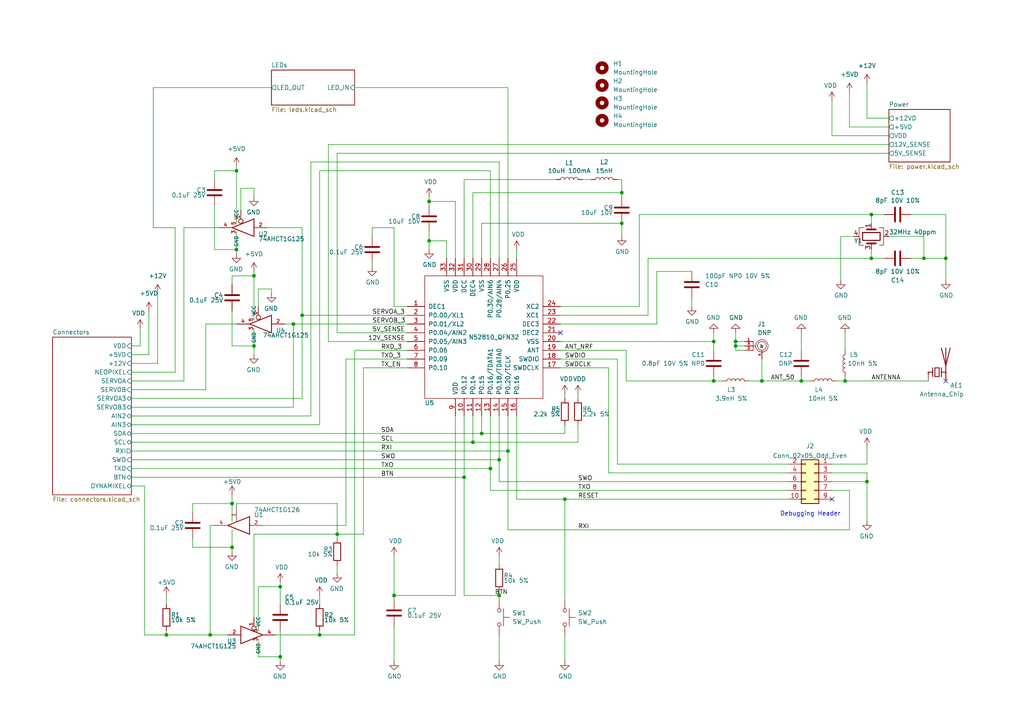
<source format=kicad_sch>
(kicad_sch (version 20230121) (generator eeschema)
  (paper "A4")
  (lib_symbols
    (symbol "Connector_Generic:Conn_02x05_Odd_Even" (pin_names (offset 1.016) hide)
      (property "Reference" "J" (at 1.27 7.62 0))
      (property "Value" "Conn_02x05_Odd_Even" (at 1.27 -7.62 0))
      (symbol "Conn_02x05_Odd_Even_1_1"
        (rectangle (start -1.27 -4.953) (end 0 -5.207) (stroke (width 0.1524)))
        (rectangle (start -1.27 -2.413) (end 0 -2.667) (stroke (width 0.1524)))
        (rectangle (start -1.27 0.127) (end 0 -0.127) (stroke (width 0.1524)))
        (rectangle (start -1.27 2.667) (end 0 2.413) (stroke (width 0.1524)))
        (rectangle (start -1.27 5.207) (end 0 4.953) (stroke (width 0.1524)))
        (rectangle (start -1.27 6.35) (end 3.81 -6.35) (stroke (width 0.254)) (fill (type background)))
        (rectangle (start 3.81 -4.953) (end 2.54 -5.207) (stroke (width 0.1524)))
        (rectangle (start 3.81 -2.413) (end 2.54 -2.667) (stroke (width 0.1524)))
        (rectangle (start 3.81 0.127) (end 2.54 -0.127) (stroke (width 0.1524)))
        (rectangle (start 3.81 2.667) (end 2.54 2.413) (stroke (width 0.1524)))
        (rectangle (start 3.81 5.207) (end 2.54 4.953) (stroke (width 0.1524)))
        (pin passive line (at -5.08 5.08 0) (length 3.81) (name "Pin_1") (number "1"))
        (pin passive line (at 7.62 -5.08 180) (length 3.81) (name "Pin_10") (number "10"))
        (pin passive line (at 7.62 5.08 180) (length 3.81) (name "Pin_2") (number "2"))
        (pin passive line (at -5.08 2.54 0) (length 3.81) (name "Pin_3") (number "3"))
        (pin passive line (at 7.62 2.54 180) (length 3.81) (name "Pin_4") (number "4"))
        (pin passive line (at -5.08 0 0) (length 3.81) (name "Pin_5") (number "5"))
        (pin passive line (at 7.62 0 180) (length 3.81) (name "Pin_6") (number "6"))
        (pin passive line (at -5.08 -2.54 0) (length 3.81) (name "Pin_7") (number "7"))
        (pin passive line (at 7.62 -2.54 180) (length 3.81) (name "Pin_8") (number "8"))
        (pin passive line (at -5.08 -5.08 0) (length 3.81) (name "Pin_9") (number "9"))
      )
    )
    (symbol "Device:Antenna_Chip" (pin_numbers hide) (pin_names (offset 1.016) hide)
      (property "Reference" "AE" (at 0 5.08 0))
      (property "Value" "Antenna_Chip" (at 0 3.175 0))
      (symbol "Antenna_Chip_0_1"
        (polyline (pts (xy -2.54 0) (xy -2.54 -0.635)) (stroke (width 0.254)))
        (polyline (pts (xy -2.54 0) (xy -1.27 0)) (stroke (width 0.254)))
        (polyline (pts (xy 1.27 0) (xy 2.54 0)) (stroke (width 0.254)))
        (polyline (pts (xy 1.27 1.27) (xy 1.27 -1.27)) (stroke (width 0.254)))
        (polyline (pts (xy 2.54 -0.635) (xy 2.54 0)))
        (polyline (pts (xy 2.54 6.985) (xy 2.54 -1.905)) (stroke (width 0.254)))
        (polyline (pts (xy -1.27 1.27) (xy -1.27 -1.27) (xy -1.27 0)) (stroke (width 0.254)))
        (polyline (pts (xy 3.81 6.985) (xy 2.54 1.905) (xy 1.27 6.985)) (stroke (width 0.254)))
        (polyline (pts (xy -0.635 1.27) (xy 0.635 1.27) (xy 0.635 -1.27) (xy -0.635 -1.27) (xy -0.635 1.27)) (stroke (width 0.254)))
      )
      (symbol "Antenna_Chip_1_1"
        (pin input line (at -2.54 -2.54 90) (length 2.54) (name "FEED") (number "1"))
        (pin passive line (at 2.54 -2.54 90) (length 2.54) (name "PCB_Trace") (number "2"))
      )
    )
    (symbol "Device:C" (pin_numbers hide) (pin_names (offset 0.254))
      (property "Reference" "C" (at 0.635 2.54 0))
      (property "Value" "C" (at 0.635 -2.54 0))
      (symbol "C_0_1"
        (polyline (pts (xy -2.032 -0.762) (xy 2.032 -0.762)) (stroke (width 0.508)))
        (polyline (pts (xy -2.032 0.762) (xy 2.032 0.762)) (stroke (width 0.508)))
      )
      (symbol "C_1_1"
        (pin passive line (at 0 3.81 270) (length 2.794) (name "~") (number "1"))
        (pin passive line (at 0 -3.81 90) (length 2.794) (name "~") (number "2"))
      )
    )
    (symbol "Device:Crystal_GND24" (pin_names (offset 1.016) hide)
      (property "Reference" "Y" (at 3.175 5.08 0))
      (property "Value" "Crystal_GND24" (at 3.175 3.175 0))
      (symbol "Crystal_GND24_0_1"
        (rectangle (start -1.143 2.54) (end 1.143 -2.54) (stroke (width 0.3048)))
        (polyline (pts (xy -2.54 0) (xy -2.032 0)))
        (polyline (pts (xy -2.032 -1.27) (xy -2.032 1.27)) (stroke (width 0.508)))
        (polyline (pts (xy 0 -3.81) (xy 0 -3.556)))
        (polyline (pts (xy 0 3.556) (xy 0 3.81)))
        (polyline (pts (xy 2.032 -1.27) (xy 2.032 1.27)) (stroke (width 0.508)))
        (polyline (pts (xy 2.032 0) (xy 2.54 0)))
        (polyline (pts (xy -2.54 -2.286) (xy -2.54 -3.556) (xy 2.54 -3.556) (xy 2.54 -2.286)))
        (polyline (pts (xy -2.54 2.286) (xy -2.54 3.556) (xy 2.54 3.556) (xy 2.54 2.286)))
      )
      (symbol "Crystal_GND24_1_1"
        (pin passive line (at -3.81 0 0) (length 1.27) (name "1") (number "1"))
        (pin passive line (at 0 5.08 270) (length 1.27) (name "2") (number "2"))
        (pin passive line (at 3.81 0 180) (length 1.27) (name "3") (number "3"))
        (pin passive line (at 0 -5.08 90) (length 1.27) (name "4") (number "4"))
      )
    )
    (symbol "Device:L" (pin_numbers hide) (pin_names (offset 1.016) hide)
      (property "Reference" "L" (at -1.27 0 90))
      (property "Value" "L" (at 1.905 0 90))
      (symbol "L_0_1"
        (arc (start 0 -2.54) (mid 0.6323 -1.905) (end 0 -1.27))
        (arc (start 0 -1.27) (mid 0.6323 -0.635) (end 0 0))
        (arc (start 0 0) (mid 0.6323 0.635) (end 0 1.27))
        (arc (start 0 1.27) (mid 0.6323 1.905) (end 0 2.54))
      )
      (symbol "L_1_1"
        (pin passive line (at 0 3.81 270) (length 1.27) (name "1") (number "1"))
        (pin passive line (at 0 -3.81 90) (length 1.27) (name "2") (number "2"))
      )
    )
    (symbol "Device:R" (pin_numbers hide) (pin_names (offset 0))
      (property "Reference" "R" (at 2.032 0 90))
      (property "Value" "R" (at 0 0 90))
      (symbol "R_0_1"
        (rectangle (start -1.016 -2.54) (end 1.016 2.54) (stroke (width 0.254)))
      )
      (symbol "R_1_1"
        (pin passive line (at 0 3.81 270) (length 1.27) (name "~") (number "1"))
        (pin passive line (at 0 -3.81 90) (length 1.27) (name "~") (number "2"))
      )
    )
    (symbol "Main-rescue:74AHC1G125-74xGxx" (pin_names (offset 1.016))
      (property "Reference" "U" (at -2.54 3.81 0))
      (property "Value" "74xGxx_74AHC1G125" (at 0 -3.81 0))
      (symbol "74AHC1G125-74xGxx_0_1"
        (polyline (pts (xy -3.81 2.54) (xy -3.81 -2.54) (xy 2.54 0) (xy -3.81 2.54)) (stroke (width 0.254)))
      )
      (symbol "74AHC1G125-74xGxx_1_1"
        (pin input inverted (at 0 5.08 270) (length 3.81) (name "~") (number "1"))
        (pin input line (at -7.62 0 0) (length 3.81) (name "~") (number "2"))
        (pin power_in line (at 1.27 -1.27 270) (length 0) (name "GND") (number "3"))
        (pin tri_state line (at 6.35 0 180) (length 3.81) (name "~") (number "4"))
        (pin power_in line (at 1.27 1.27 90) (length 0) (name "VCC") (number "5"))
      )
    )
    (symbol "Main-rescue:74AHCT1G126-74xGxx" (pin_names (offset 1.016))
      (property "Reference" "U" (at -2.54 3.81 0))
      (property "Value" "74xGxx_74AHCT1G126" (at 0 -3.81 0))
      (symbol "74AHCT1G126-74xGxx_0_1"
        (polyline (pts (xy -3.81 2.54) (xy -3.81 -2.54) (xy 2.54 0) (xy -3.81 2.54)) (stroke (width 0.254)))
      )
      (symbol "74AHCT1G126-74xGxx_1_1"
        (pin input line (at 0 5.08 270) (length 3.937) (name "~") (number "1"))
        (pin input line (at -7.62 0 0) (length 3.81) (name "~") (number "2"))
        (pin power_in line (at 1.27 -1.27 270) (length 0) hide (name "GND") (number "3"))
        (pin tri_state line (at 6.35 0 180) (length 3.81) (name "~") (number "4"))
        (pin power_in line (at 1.27 1.27 90) (length 0) hide (name "VCC") (number "5"))
      )
    )
    (symbol "Mechanical:MountingHole" (pin_names (offset 1.016))
      (property "Reference" "H" (at 0 5.08 0))
      (property "Value" "MountingHole" (at 0 3.175 0))
      (symbol "MountingHole_0_1"
        (circle (center 0 0) (radius 1.27) (stroke (width 1.27)))
      )
    )
    (symbol "Pixels-dice:74AHCT1G125" (pin_names (offset 1.016))
      (property "Reference" "U5" (at 7.4676 1.2446 0))
      (property "Value" "74AHCT1G125" (at -15.24 -5.08 0))
      (symbol "74AHCT1G125_0_1"
        (polyline (pts (xy -3.81 2.54) (xy -3.81 -2.54) (xy 2.54 0) (xy -3.81 2.54)) (stroke (width 0.254)))
      )
      (symbol "74AHCT1G125_1_1"
        (pin input inverted (at 0 5.08 270) (length 3.81) (name "~") (number "1"))
        (pin input line (at -7.62 0 0) (length 3.81) (name "~") (number "2"))
        (pin power_in line (at 1.27 -1.27 270) (length 0) (name "GND") (number "3"))
        (pin tri_state line (at 6.35 0 180) (length 3.81) (name "~") (number "4"))
        (pin power_in line (at 1.27 1.27 90) (length 0) (name "VCC") (number "5"))
      )
    )
    (symbol "Pixels-dice:N52810_QFN32" (pin_names (offset 1.016))
      (property "Reference" "U" (at 13.97 -19.05 0))
      (property "Value" "N52810_QFN32" (at 2.54 0 0))
      (symbol "N52810_QFN32_0_1"
        (rectangle (start -17.78 17.78) (end 16.51 -17.78))
      )
      (symbol "N52810_QFN32_1_1"
        (pin power_out line (at -22.86 8.89 0) (length 5.08) (name "DEC1") (number "1"))
        (pin bidirectional line (at -6.35 -22.86 90) (length 5.08) (name "P0.12") (number "10"))
        (pin bidirectional line (at -3.81 -22.86 90) (length 5.08) (name "P0.14") (number "11"))
        (pin bidirectional line (at -1.27 -22.86 90) (length 5.08) (name "P0.15") (number "12"))
        (pin bidirectional line (at 1.27 -22.86 90) (length 5.08) (name "P0.16/TDATA1") (number "13"))
        (pin bidirectional line (at 3.81 -22.86 90) (length 5.08) (name "P0.18/TDATA0") (number "14"))
        (pin bidirectional line (at 6.35 -22.86 90) (length 5.08) (name "P0.20/TCLK") (number "15"))
        (pin bidirectional line (at 8.89 -22.86 90) (length 5.08) (name "P0.16") (number "16"))
        (pin bidirectional line (at 21.59 -8.89 180) (length 5.08) (name "SWDCLK") (number "17"))
        (pin bidirectional line (at 21.59 -6.35 180) (length 5.08) (name "SWDIO") (number "18"))
        (pin output line (at 21.59 -3.81 180) (length 5.08) (name "ANT") (number "19"))
        (pin bidirectional line (at -22.86 6.35 0) (length 5.08) (name "P0.00/XL1") (number "2"))
        (pin output line (at 21.59 -1.27 180) (length 5.08) (name "VSS") (number "20"))
        (pin output line (at 21.59 1.27 180) (length 5.08) (name "DEC2") (number "21"))
        (pin output line (at 21.59 3.81 180) (length 5.08) (name "DEC3") (number "22"))
        (pin output line (at 21.59 6.35 180) (length 5.08) (name "XC1") (number "23"))
        (pin input line (at 21.59 8.89 180) (length 5.08) (name "XC2") (number "24"))
        (pin power_in line (at 8.89 22.86 270) (length 5.08) (name "VDD") (number "25"))
        (pin bidirectional line (at 6.35 22.86 270) (length 5.08) (name "P0.25") (number "26"))
        (pin bidirectional line (at 3.81 22.86 270) (length 5.08) (name "P0.28/AIN4") (number "27"))
        (pin bidirectional line (at 1.27 22.86 270) (length 5.08) (name "P0.30/AIN6") (number "28"))
        (pin power_in line (at -1.27 22.86 270) (length 5.08) (name "VSS") (number "29"))
        (pin bidirectional line (at -22.86 3.81 0) (length 5.08) (name "P0.01/XL2") (number "3"))
        (pin output line (at -3.81 22.86 270) (length 5.08) (name "DEC4") (number "30"))
        (pin output line (at -6.35 22.86 270) (length 5.08) (name "DCC") (number "31"))
        (pin power_in line (at -8.89 22.86 270) (length 5.08) (name "VDD") (number "32"))
        (pin power_in line (at -11.43 22.86 270) (length 5.08) (name "VSS") (number "33"))
        (pin bidirectional line (at -22.86 1.27 0) (length 5.08) (name "P0.04/AIN2") (number "4"))
        (pin bidirectional line (at -22.86 -1.27 0) (length 5.08) (name "P0.05/AIN3") (number "5"))
        (pin bidirectional line (at -22.86 -3.81 0) (length 5.08) (name "P0.06") (number "6"))
        (pin bidirectional line (at -22.86 -6.35 0) (length 5.08) (name "P0.09") (number "7"))
        (pin bidirectional line (at -22.86 -8.89 0) (length 5.08) (name "P0.10") (number "8"))
        (pin power_in line (at -8.89 -22.86 90) (length 5.08) (name "VDD") (number "9"))
      )
    )
    (symbol "Pixels-dice:W.FL"
      (property "Reference" "J" (at 3.81 -1.27 0))
      (property "Value" "W.FL" (at 4.445 1.27 0))
      (symbol "W.FL_0_1"
        (polyline (pts (xy -1.27 -2.54) (xy 1.27 -2.54)))
        (polyline (pts (xy 0 -2.54) (xy 0 -1.905)))
        (circle (center 0 0) (radius 1.27))
        (circle (center 0 0) (radius 1.7961))
      )
      (symbol "W.FL_1_1"
        (pin passive line (at 1.27 -5.08 90) (length 2.54) (name "") (number "1"))
        (pin passive line (at -1.27 -5.08 90) (length 2.54) (name "") (number "2"))
        (pin passive line (at 0 -5.08 90) (length 2.54) (name "") (number "3"))
        (pin passive line (at -3.81 0 0) (length 2.54) (name "RF") (number "4"))
      )
    )
    (symbol "Switch:SW_Push" (pin_numbers hide) (pin_names (offset 1.016) hide)
      (property "Reference" "SW" (at 1.27 2.54 0))
      (property "Value" "SW_Push" (at 0 -1.524 0))
      (symbol "SW_Push_0_1"
        (circle (center -2.032 0) (radius 0.508))
        (polyline (pts (xy 0 1.27) (xy 0 3.048)))
        (polyline (pts (xy 2.54 1.27) (xy -2.54 1.27)))
        (circle (center 2.032 0) (radius 0.508))
        (pin passive line (at -5.08 0 0) (length 2.54) (name "1") (number "1"))
        (pin passive line (at 5.08 0 180) (length 2.54) (name "2") (number "2"))
      )
    )
    (symbol "power:+12V" (power) (pin_names (offset 0))
      (property "Value" "+12V" (at 0 3.556 0))
      (symbol "+12V_0_1"
        (polyline (pts (xy -0.762 1.27) (xy 0 2.54)))
        (polyline (pts (xy 0 0) (xy 0 2.54)))
        (polyline (pts (xy 0 2.54) (xy 0.762 1.27)))
      )
      (symbol "+12V_1_1"
        (pin power_in line (at 0 0 90) (length 0) hide (name "+12V") (number "1"))
      )
    )
    (symbol "power:+5VD" (power) (pin_names (offset 0))
      (property "Value" "+5VD" (at 0 3.556 0))
      (symbol "+5VD_0_1"
        (polyline (pts (xy -0.762 1.27) (xy 0 2.54)))
        (polyline (pts (xy 0 0) (xy 0 2.54)))
        (polyline (pts (xy 0 2.54) (xy 0.762 1.27)))
      )
      (symbol "+5VD_1_1"
        (pin power_in line (at 0 0 90) (length 0) hide (name "+5VD") (number "1"))
      )
    )
    (symbol "power:GND" (power) (pin_names (offset 0))
      (property "Value" "GND" (at 0 -3.81 0))
      (symbol "GND_0_1"
        (polyline (pts (xy 0 0) (xy 0 -1.27) (xy 1.27 -1.27) (xy 0 -2.54) (xy -1.27 -1.27) (xy 0 -1.27)))
      )
      (symbol "GND_1_1"
        (pin power_in line (at 0 0 270) (length 0) hide (name "GND") (number "1"))
      )
    )
    (symbol "power:VDD" (power) (pin_names (offset 0))
      (property "Value" "VDD" (at 0 3.81 0))
      (symbol "VDD_0_1"
        (polyline (pts (xy -0.762 1.27) (xy 0 2.54)))
        (polyline (pts (xy 0 0) (xy 0 2.54)))
        (polyline (pts (xy 0 2.54) (xy 0.762 1.27)))
      )
      (symbol "VDD_1_1"
        (pin power_in line (at 0 0 90) (length 0) hide (name "VDD") (number "1"))
      )
    )
  )
  (junction (at 68.58 72.39))
  (junction (at 213.36 99.06))
  (junction (at 60.96 184.15))
  (junction (at 114.3 172.72))
  (junction (at 73.66 80.01))
  (junction (at 134.62 138.43))
  (junction (at 48.26 184.15))
  (junction (at 252.73 74.93))
  (junction (at 144.78 133.35))
  (junction (at 81.28 190.5))
  (junction (at 97.79 154.94))
  (junction (at 144.78 172.72))
  (junction (at 251.46 139.7))
  (junction (at 220.98 110.49))
  (junction (at 245.11 110.49))
  (junction (at 252.73 62.23))
  (junction (at 139.7 125.73))
  (junction (at 124.46 69.85))
  (junction (at 87.63 91.44))
  (junction (at 163.83 144.78))
  (junction (at 81.28 170.18))
  (junction (at 137.16 128.27))
  (junction (at 274.32 74.93))
  (junction (at 267.97 74.93))
  (junction (at 207.01 99.06))
  (junction (at 85.09 93.98))
  (junction (at 180.34 64.77))
  (junction (at 67.31 146.05))
  (junction (at 124.46 58.42))
  (junction (at 68.58 49.53))
  (junction (at 92.71 184.15))
  (junction (at 73.66 100.33))
  (junction (at 232.41 110.49))
  (junction (at 213.36 100.33))
  (junction (at 142.24 135.89))
  (junction (at 67.31 158.75))
  (junction (at 207.01 110.49))
  (junction (at 180.34 55.88))
  (junction (at 147.32 130.81))
  (no_connect (at 241.3 144.78))
  (no_connect (at 162.56 96.52))
  (no_connect (at 274.32 110.49))
  (wire (pts (xy 81.28 190.5) (xy 81.28 191.77)))
  (wire (pts (xy 81.28 190.5) (xy 74.93 190.5)))
  (wire (pts (xy 67.31 90.17) (xy 67.31 100.33)))
  (wire (pts (xy 147.32 153.67) (xy 246.38 153.67)))
  (wire (pts (xy 245.11 109.22) (xy 245.11 110.49)))
  (wire (pts (xy 68.58 64.77) (xy 68.58 49.53)))
  (wire (pts (xy 144.78 161.29) (xy 144.78 163.83)))
  (wire (pts (xy 180.34 64.77) (xy 180.34 68.58)))
  (wire (pts (xy 100.33 104.14) (xy 100.33 152.4)))
  (wire (pts (xy 147.32 130.81) (xy 147.32 153.67)))
  (wire (pts (xy 41.91 184.15) (xy 48.26 184.15)))
  (wire (pts (xy 241.3 142.24) (xy 246.38 142.24)))
  (wire (pts (xy 44.45 25.4) (xy 44.45 66.04)))
  (wire (pts (xy 142.24 49.53) (xy 142.24 74.93)))
  (wire (pts (xy 213.36 101.6) (xy 213.36 100.33)))
  (wire (pts (xy 43.18 102.87) (xy 38.1 102.87)))
  (wire (pts (xy 60.96 184.15) (xy 66.04 184.15)))
  (wire (pts (xy 180.34 52.07) (xy 180.34 55.88)))
  (wire (pts (xy 102.87 101.6) (xy 118.11 101.6)))
  (wire (pts (xy 217.17 110.49) (xy 220.98 110.49)))
  (wire (pts (xy 118.11 104.14) (xy 100.33 104.14)))
  (wire (pts (xy 41.91 140.97) (xy 41.91 184.15)))
  (wire (pts (xy 92.71 172.72) (xy 92.71 175.26)))
  (wire (pts (xy 252.73 74.93) (xy 256.54 74.93)))
  (wire (pts (xy 90.17 46.99) (xy 90.17 120.65)))
  (wire (pts (xy 207.01 99.06) (xy 207.01 101.6)))
  (wire (pts (xy 59.69 113.03) (xy 38.1 113.03)))
  (wire (pts (xy 92.71 123.19) (xy 38.1 123.19)))
  (wire (pts (xy 163.83 125.73) (xy 163.83 123.19)))
  (wire (pts (xy 87.63 91.44) (xy 118.11 91.44)))
  (wire (pts (xy 78.74 83.82) (xy 78.74 85.09)))
  (wire (pts (xy 162.56 88.9) (xy 185.42 88.9)))
  (wire (pts (xy 267.97 68.58) (xy 267.97 74.93)))
  (wire (pts (xy 38.1 107.95) (xy 50.8 107.95)))
  (wire (pts (xy 139.7 120.65) (xy 139.7 125.73)))
  (wire (pts (xy 134.62 52.07) (xy 161.29 52.07)))
  (wire (pts (xy 232.41 110.49) (xy 234.95 110.49)))
  (wire (pts (xy 167.64 114.3) (xy 167.64 115.57)))
  (wire (pts (xy 38.1 125.73) (xy 139.7 125.73)))
  (wire (pts (xy 167.64 128.27) (xy 137.16 128.27)))
  (wire (pts (xy 74.93 83.82) (xy 78.74 83.82)))
  (wire (pts (xy 60.96 152.4) (xy 60.96 184.15)))
  (wire (pts (xy 251.46 24.13) (xy 251.46 34.29)))
  (wire (pts (xy 139.7 64.77) (xy 180.34 64.77)))
  (wire (pts (xy 76.2 152.4) (xy 100.33 152.4)))
  (wire (pts (xy 241.3 29.21) (xy 241.3 39.37)))
  (wire (pts (xy 179.07 52.07) (xy 180.34 52.07)))
  (wire (pts (xy 68.58 49.53) (xy 68.58 48.26)))
  (wire (pts (xy 97.79 96.52) (xy 118.11 96.52)))
  (wire (pts (xy 144.78 184.15) (xy 144.78 191.77)))
  (wire (pts (xy 163.83 144.78) (xy 228.6 144.78)))
  (wire (pts (xy 95.25 99.06) (xy 118.11 99.06)))
  (wire (pts (xy 241.3 39.37) (xy 257.81 39.37)))
  (wire (pts (xy 246.38 26.67) (xy 246.38 36.83)))
  (wire (pts (xy 74.93 182.88) (xy 74.93 170.18)))
  (wire (pts (xy 213.36 100.33) (xy 213.36 99.06)))
  (wire (pts (xy 67.31 80.01) (xy 73.66 80.01)))
  (wire (pts (xy 144.78 120.65) (xy 144.78 133.35)))
  (wire (pts (xy 67.31 153.67) (xy 67.31 158.75)))
  (wire (pts (xy 144.78 172.72) (xy 144.78 173.99)))
  (wire (pts (xy 181.61 101.6) (xy 181.61 110.49)))
  (wire (pts (xy 162.56 106.68) (xy 176.53 106.68)))
  (wire (pts (xy 139.7 64.77) (xy 139.7 74.93)))
  (wire (pts (xy 185.42 62.23) (xy 252.73 62.23)))
  (wire (pts (xy 142.24 120.65) (xy 142.24 135.89)))
  (wire (pts (xy 185.42 88.9) (xy 185.42 62.23)))
  (wire (pts (xy 241.3 139.7) (xy 251.46 139.7)))
  (wire (pts (xy 137.16 55.88) (xy 137.16 74.93)))
  (wire (pts (xy 44.45 66.04) (xy 50.8 66.04)))
  (wire (pts (xy 200.66 86.36) (xy 200.66 88.9)))
  (wire (pts (xy 190.5 93.98) (xy 162.56 93.98)))
  (wire (pts (xy 44.45 25.4) (xy 78.74 25.4)))
  (wire (pts (xy 181.61 110.49) (xy 207.01 110.49)))
  (wire (pts (xy 85.09 93.98) (xy 85.09 118.11)))
  (wire (pts (xy 73.66 100.33) (xy 73.66 102.87)))
  (wire (pts (xy 73.66 95.25) (xy 73.66 100.33)))
  (wire (pts (xy 73.66 92.71) (xy 73.66 80.01)))
  (wire (pts (xy 53.34 66.04) (xy 53.34 110.49)))
  (wire (pts (xy 232.41 96.52) (xy 232.41 101.6)))
  (wire (pts (xy 207.01 96.52) (xy 207.01 99.06)))
  (wire (pts (xy 176.53 137.16) (xy 228.6 137.16)))
  (wire (pts (xy 124.46 67.31) (xy 124.46 69.85)))
  (wire (pts (xy 180.34 55.88) (xy 137.16 55.88)))
  (wire (pts (xy 87.63 66.04) (xy 87.63 91.44)))
  (wire (pts (xy 144.78 139.7) (xy 228.6 139.7)))
  (wire (pts (xy 168.91 52.07) (xy 171.45 52.07)))
  (wire (pts (xy 73.66 154.94) (xy 97.79 154.94)))
  (wire (pts (xy 38.1 138.43) (xy 134.62 138.43)))
  (wire (pts (xy 92.71 49.53) (xy 92.71 123.19)))
  (wire (pts (xy 67.31 146.05) (xy 67.31 151.13)))
  (wire (pts (xy 40.64 95.25) (xy 40.64 100.33)))
  (wire (pts (xy 85.09 93.98) (xy 118.11 93.98)))
  (wire (pts (xy 38.1 110.49) (xy 53.34 110.49)))
  (wire (pts (xy 134.62 172.72) (xy 134.62 138.43)))
  (wire (pts (xy 134.62 74.93) (xy 134.62 52.07)))
  (wire (pts (xy 142.24 142.24) (xy 142.24 135.89)))
  (wire (pts (xy 38.1 128.27) (xy 137.16 128.27)))
  (wire (pts (xy 257.81 68.58) (xy 267.97 68.58)))
  (wire (pts (xy 107.95 76.2) (xy 107.95 77.47)))
  (wire (pts (xy 77.47 66.04) (xy 87.63 66.04)))
  (wire (pts (xy 246.38 36.83) (xy 257.81 36.83)))
  (wire (pts (xy 55.88 156.21) (xy 55.88 158.75)))
  (wire (pts (xy 114.3 66.04) (xy 107.95 66.04)))
  (wire (pts (xy 97.79 154.94) (xy 97.79 156.21)))
  (wire (pts (xy 82.55 93.98) (xy 85.09 93.98)))
  (wire (pts (xy 114.3 172.72) (xy 114.3 173.99)))
  (wire (pts (xy 162.56 99.06) (xy 207.01 99.06)))
  (wire (pts (xy 38.1 105.41) (xy 45.72 105.41)))
  (wire (pts (xy 251.46 134.62) (xy 251.46 129.54)))
  (wire (pts (xy 48.26 182.88) (xy 48.26 184.15)))
  (wire (pts (xy 264.16 62.23) (xy 274.32 62.23)))
  (wire (pts (xy 213.36 99.06) (xy 213.36 96.52)))
  (wire (pts (xy 134.62 172.72) (xy 144.78 172.72)))
  (wire (pts (xy 179.07 104.14) (xy 179.07 134.62)))
  (wire (pts (xy 187.96 74.93) (xy 252.73 74.93)))
  (wire (pts (xy 38.1 130.81) (xy 147.32 130.81)))
  (wire (pts (xy 48.26 184.15) (xy 60.96 184.15)))
  (wire (pts (xy 124.46 69.85) (xy 124.46 72.39)))
  (wire (pts (xy 67.31 100.33) (xy 73.66 100.33)))
  (wire (pts (xy 251.46 34.29) (xy 257.81 34.29)))
  (wire (pts (xy 241.3 134.62) (xy 251.46 134.62)))
  (wire (pts (xy 144.78 139.7) (xy 144.78 133.35)))
  (wire (pts (xy 102.87 101.6) (xy 102.87 184.15)))
  (wire (pts (xy 242.57 110.49) (xy 245.11 110.49)))
  (wire (pts (xy 162.56 104.14) (xy 179.07 104.14)))
  (wire (pts (xy 220.98 110.49) (xy 232.41 110.49)))
  (wire (pts (xy 68.58 72.39) (xy 68.58 73.66)))
  (wire (pts (xy 73.66 154.94) (xy 73.66 179.07)))
  (wire (pts (xy 68.58 67.31) (xy 68.58 72.39)))
  (wire (pts (xy 73.66 80.01) (xy 73.66 78.74)))
  (wire (pts (xy 162.56 101.6) (xy 181.61 101.6)))
  (wire (pts (xy 232.41 109.22) (xy 232.41 110.49)))
  (wire (pts (xy 67.31 143.51) (xy 67.31 146.05)))
  (wire (pts (xy 267.97 74.93) (xy 274.32 74.93)))
  (wire (pts (xy 134.62 138.43) (xy 134.62 120.65)))
  (wire (pts (xy 142.24 142.24) (xy 228.6 142.24)))
  (wire (pts (xy 124.46 58.42) (xy 124.46 59.69)))
  (wire (pts (xy 81.28 170.18) (xy 81.28 168.91)))
  (wire (pts (xy 38.1 135.89) (xy 142.24 135.89)))
  (wire (pts (xy 97.79 146.05) (xy 97.79 154.94)))
  (wire (pts (xy 176.53 106.68) (xy 176.53 137.16)))
  (wire (pts (xy 53.34 66.04) (xy 63.5 66.04)))
  (wire (pts (xy 68.58 147.32) (xy 68.58 146.05)))
  (wire (pts (xy 118.11 88.9) (xy 114.3 88.9)))
  (wire (pts (xy 147.32 120.65) (xy 147.32 130.81)))
  (wire (pts (xy 95.25 41.91) (xy 95.25 99.06)))
  (wire (pts (xy 55.88 148.59) (xy 55.88 146.05)))
  (wire (pts (xy 43.18 90.17) (xy 43.18 102.87)))
  (wire (pts (xy 67.31 158.75) (xy 67.31 160.02)))
  (wire (pts (xy 114.3 181.61) (xy 114.3 191.77)))
  (wire (pts (xy 144.78 46.99) (xy 144.78 74.93)))
  (wire (pts (xy 264.16 74.93) (xy 267.97 74.93)))
  (wire (pts (xy 107.95 66.04) (xy 107.95 68.58)))
  (wire (pts (xy 147.32 25.4) (xy 147.32 74.93)))
  (wire (pts (xy 149.86 72.39) (xy 149.86 74.93)))
  (wire (pts (xy 215.9 99.06) (xy 213.36 99.06)))
  (wire (pts (xy 45.72 85.09) (xy 45.72 105.41)))
  (wire (pts (xy 149.86 120.65) (xy 149.86 144.78)))
  (wire (pts (xy 124.46 58.42) (xy 124.46 57.15)))
  (wire (pts (xy 247.65 68.58) (xy 243.84 68.58)))
  (wire (pts (xy 87.63 115.57) (xy 38.1 115.57)))
  (wire (pts (xy 142.24 49.53) (xy 92.71 49.53)))
  (wire (pts (xy 69.85 54.61) (xy 73.66 54.61)))
  (wire (pts (xy 59.69 93.98) (xy 59.69 113.03)))
  (wire (pts (xy 167.64 128.27) (xy 167.64 123.19)))
  (wire (pts (xy 243.84 68.58) (xy 243.84 81.28)))
  (wire (pts (xy 162.56 91.44) (xy 187.96 91.44)))
  (wire (pts (xy 220.98 110.49) (xy 220.98 104.14)))
  (wire (pts (xy 81.28 182.88) (xy 81.28 190.5)))
  (wire (pts (xy 144.78 172.72) (xy 144.78 171.45)))
  (wire (pts (xy 97.79 44.45) (xy 97.79 96.52)))
  (wire (pts (xy 245.11 110.49) (xy 269.24 110.49)))
  (wire (pts (xy 163.83 144.78) (xy 163.83 173.99)))
  (wire (pts (xy 252.73 64.77) (xy 252.73 62.23)))
  (wire (pts (xy 274.32 62.23) (xy 274.32 74.93)))
  (wire (pts (xy 246.38 153.67) (xy 246.38 142.24)))
  (wire (pts (xy 97.79 44.45) (xy 257.81 44.45)))
  (wire (pts (xy 68.58 49.53) (xy 62.23 49.53)))
  (wire (pts (xy 114.3 172.72) (xy 114.3 161.29)))
  (wire (pts (xy 274.32 74.93) (xy 274.32 81.28)))
  (wire (pts (xy 38.1 133.35) (xy 144.78 133.35)))
  (wire (pts (xy 251.46 139.7) (xy 251.46 151.13)))
  (wire (pts (xy 80.01 184.15) (xy 92.71 184.15)))
  (wire (pts (xy 55.88 158.75) (xy 67.31 158.75)))
  (wire (pts (xy 163.83 114.3) (xy 163.83 115.57)))
  (wire (pts (xy 95.25 41.91) (xy 257.81 41.91)))
  (wire (pts (xy 59.69 93.98) (xy 68.58 93.98)))
  (wire (pts (xy 245.11 96.52) (xy 245.11 101.6)))
  (wire (pts (xy 69.85 54.61) (xy 69.85 60.96)))
  (wire (pts (xy 62.23 59.69) (xy 62.23 72.39)))
  (wire (pts (xy 241.3 137.16) (xy 251.46 137.16)))
  (wire (pts (xy 200.66 78.74) (xy 190.5 78.74)))
  (wire (pts (xy 163.83 184.15) (xy 163.83 191.77)))
  (wire (pts (xy 179.07 134.62) (xy 228.6 134.62)))
  (wire (pts (xy 38.1 120.65) (xy 90.17 120.65)))
  (wire (pts (xy 132.08 74.93) (xy 132.08 58.42)))
  (wire (pts (xy 74.93 185.42) (xy 74.93 190.5)))
  (wire (pts (xy 190.5 78.74) (xy 190.5 93.98)))
  (wire (pts (xy 73.66 54.61) (xy 73.66 57.15)))
  (wire (pts (xy 129.54 69.85) (xy 124.46 69.85)))
  (wire (pts (xy 149.86 144.78) (xy 163.83 144.78)))
  (wire (pts (xy 132.08 172.72) (xy 132.08 120.65)))
  (wire (pts (xy 38.1 140.97) (xy 41.91 140.97)))
  (wire (pts (xy 105.41 106.68) (xy 105.41 154.94)))
  (wire (pts (xy 40.64 100.33) (xy 38.1 100.33)))
  (wire (pts (xy 67.31 82.55) (xy 67.31 80.01)))
  (wire (pts (xy 137.16 120.65) (xy 137.16 128.27)))
  (wire (pts (xy 55.88 146.05) (xy 67.31 146.05)))
  (wire (pts (xy 81.28 175.26) (xy 81.28 170.18)))
  (wire (pts (xy 252.73 62.23) (xy 256.54 62.23)))
  (wire (pts (xy 62.23 72.39) (xy 68.58 72.39)))
  (wire (pts (xy 215.9 100.33) (xy 213.36 100.33)))
  (wire (pts (xy 48.26 172.72) (xy 48.26 175.26)))
  (wire (pts (xy 132.08 58.42) (xy 124.46 58.42)))
  (wire (pts (xy 215.9 101.6) (xy 213.36 101.6)))
  (wire (pts (xy 180.34 55.88) (xy 180.34 57.15)))
  (wire (pts (xy 102.87 25.4) (xy 147.32 25.4)))
  (wire (pts (xy 114.3 88.9) (xy 114.3 66.04)))
  (wire (pts (xy 207.01 110.49) (xy 209.55 110.49)))
  (wire (pts (xy 97.79 154.94) (xy 105.41 154.94)))
  (wire (pts (xy 62.23 49.53) (xy 62.23 52.07)))
  (wire (pts (xy 187.96 91.44) (xy 187.96 74.93)))
  (wire (pts (xy 118.11 106.68) (xy 105.41 106.68)))
  (wire (pts (xy 50.8 66.04) (xy 50.8 107.95)))
  (wire (pts (xy 97.79 163.83) (xy 97.79 166.37)))
  (wire (pts (xy 74.93 83.82) (xy 74.93 88.9)))
  (wire (pts (xy 252.73 72.39) (xy 252.73 74.93)))
  (wire (pts (xy 207.01 109.22) (xy 207.01 110.49)))
  (wire (pts (xy 92.71 184.15) (xy 102.87 184.15)))
  (wire (pts (xy 68.58 146.05) (xy 97.79 146.05)))
  (wire (pts (xy 114.3 172.72) (xy 132.08 172.72)))
  (wire (pts (xy 129.54 74.93) (xy 129.54 69.85)))
  (wire (pts (xy 81.28 170.18) (xy 74.93 170.18)))
  (wire (pts (xy 251.46 137.16) (xy 251.46 139.7)))
  (wire (pts (xy 85.09 118.11) (xy 38.1 118.11)))
  (wire (pts (xy 87.63 91.44) (xy 87.63 115.57)))
  (wire (pts (xy 163.83 125.73) (xy 139.7 125.73)))
  (wire (pts (xy 60.96 152.4) (xy 62.23 152.4)))
  (wire (pts (xy 92.71 182.88) (xy 92.71 184.15)))
  (wire (pts (xy 90.17 46.99) (xy 144.78 46.99)))
  (text "Debugging Header" (at 243.84 149.86 0) (effects (font (size 1.27 1.27)) (justify right bottom)))
  (label "ANT_50" (at 223.52 110.49 0))
  (label "SERVOB_3" (at 107.95 93.98 0))
  (label "ANTENNA" (at 252.73 110.49 0))
  (label "SDA" (at 110.49 125.73 0))
  (label "TX_EN" (at 110.49 106.68 0))
  (label "ANT_NRF" (at 163.83 101.6 0))
  (label "SWO" (at 110.49 133.35 0))
  (label "BTN" (at 110.49 138.43 0))
  (label "SWO" (at 167.64 139.7 0))
  (label "5V_SENSE" (at 117.475 96.52 180))
  (label "TXD_3" (at 110.49 104.14 0))
  (label "BTN" (at 143.51 172.72 0))
  (label "RXI" (at 167.64 153.67 0))
  (label "SCL" (at 110.49 128.27 0))
  (label "TXO" (at 167.64 142.24 0))
  (label "TXO" (at 110.49 135.89 0))
  (label "RXD_3" (at 110.49 101.6 0))
  (label "SERVOA_3" (at 107.95 91.44 0))
  (label "RXI" (at 110.49 130.81 0))
  (label "SWDCLK" (at 163.83 106.68 0))
  (label "SWDIO" (at 163.83 104.14 0))
  (label "12V_SENSE" (at 117.475 99.06 180))
  (label "RESET" (at 167.64 144.78 0))
  (symbol (lib_id "Device:L") (at 213.36 110.49 90) (unit 1)
    (property "Reference" "L3" (at 212.09 113.03 90))
    (property "Value" "3.9nH 5%" (at 212.09 115.57 90))
    (property "Footprint" "Pixels-dice:0402_RF" (effects hide))
    (property "Generic OK" "YES" (effects hide))
    (property "Manufacturer" "Murata" (effects hide))
    (property "Manufacturer Part Number" "LQG15HS3N9B02D" (effects hide))
    (property "LCSC Part #" "C5452416" (effects hide))
  )
  (symbol (lib_id "power:GND") (at 144.78 191.77 0) (unit 1)
    (property "Reference" "#PWR031" (effects hide))
    (property "Value" "GND" (at 144.907 196.1642 0))
  )
  (symbol (lib_id "Mechanical:MountingHole") (at 174.625 34.925 0) (unit 1)
    (property "Reference" "H4" (at 177.8 33.655 0) (effects (justify left)))
    (property "Value" "MountingHole" (at 177.8 36.195 0) (effects (justify left)))
    (property "Footprint" "MountingHole:MountingHole_3.2mm_M3" (effects hide))
  )
  (symbol (lib_id "Device:C") (at 114.3 177.8 0) (unit 1)
    (property "Reference" "C7" (at 118.11 177.8 0) (effects (justify left bottom)))
    (property "Value" "0.1uF 25V" (at 118.11 177.8 0) (effects (justify left top)))
    (property "Footprint" "Capacitor_SMD:C_0402_1005Metric" (effects hide))
    (property "Generic OK" "YES" (effects hide))
    (property "Manufacturer" "YAGEO" (effects hide))
    (property "Manufacturer Part Number" "CC0402KRX7R8BB104" (effects hide))
    (property "LCSC Part #" "C105883" (effects hide))
  )
  (symbol (lib_id "Device:Antenna_Chip") (at 271.78 107.95 0) (unit 1)
    (property "Reference" "AE1" (at 275.59 111.76 0) (effects (justify left)))
    (property "Value" "Antenna_Chip" (at 266.7 114.3 0) (effects (justify left)))
    (property "Footprint" "Pixels-dice:CHIP_ANT" (effects hide))
    (property "Generic OK" "NO" (effects hide))
    (property "Manufacturer" "Microgate" (effects hide))
    (property "Manufacturer Part Number" "MGMA3216H2450-A02" (effects hide))
    (property "LCSC Part #" "C486319" (effects hide))
  )
  (symbol (lib_id "power:GND") (at 243.84 81.28 0) (unit 1)
    (property "Reference" "#PWR040" (effects hide))
    (property "Value" "GND" (at 243.967 85.6742 0))
  )
  (symbol (lib_id "Device:R") (at 92.71 179.07 0) (unit 1)
    (property "Reference" "R2" (at 93.98 179.07 0) (effects (justify left bottom)))
    (property "Value" "10k 5%" (at 93.98 179.07 0) (effects (justify left top)))
    (property "Footprint" "Resistor_SMD:R_0402_1005Metric" (effects hide))
    (property "Manufacturer" "UNI-ROYAL(Uniroyal Elec)" (effects hide))
    (property "Manufacturer Part Number" "0402WGF1002TCE" (effects hide))
    (property "LCSC Part #" "C25744" (effects hide))
  )
  (symbol (lib_id "Main-rescue:74AHC1G125-74xGxx") (at 74.93 93.98 0) (mirror y) (unit 1)
    (property "Reference" "U4" (at 80.01 96.52 0) (effects (justify right bottom)))
    (property "Value" "74AHCT1G125" (at 76.2 96.52 0) (effects (justify right top)))
    (property "Footprint" "Pixels-dice:SC-74A" (effects hide))
    (property "Datasheet" "http://www.ti.com/lit/sg/scyt129e/scyt129e.pdf" (effects hide))
    (property "Manufacturer" "Nexperia" (effects hide))
    (property "Manufacturer Part Number" "74AHCT1G125GV,125" (effects hide))
    (property "LCSC Part #" "C12494" (effects hide))
  )
  (symbol (lib_id "power:+5VD") (at 43.18 90.17 0) (mirror y) (unit 1)
    (property "Reference" "#PWR03" (effects hide))
    (property "Value" "+5VD" (at 43.18 85.09 0))
  )
  (symbol (lib_id "Device:Crystal_GND24") (at 252.73 68.58 270) (unit 1)
    (property "Reference" "Y1" (at 247.65 69.85 90) (effects (justify left)))
    (property "Value" "32MHz 40ppm" (at 257.81 67.31 90) (effects (justify left)))
    (property "Footprint" "Pixels-dice:Crystal_SMD_2016-4Pin_2.0x1.6mm" (effects hide))
    (property "Generic OK" "YES" (effects hide))
    (property "Manufacturer" "Murata" (effects hide))
    (property "Manufacturer Part Number" "XRCGB32M000F2P00R0" (effects hide))
    (property "LCSC Part #" "C527602" (effects hide))
  )
  (symbol (lib_id "Pixels-dice:W.FL") (at 220.98 100.33 270) (mirror x) (unit 1)
    (property "Reference" "J1" (at 219.71 93.98 90) (effects (justify left)))
    (property "Value" "DNP" (at 219.71 96.52 90) (effects (justify left)))
    (property "Footprint" "RFFrontEnd:MFH3.RECE.20369.001E.01" (effects hide))
    (property "Generic OK" "N/A" (effects hide))
  )
  (symbol (lib_id "Device:C") (at 260.35 62.23 270) (unit 1)
    (property "Reference" "C13" (at 260.35 55.8292 90))
    (property "Value" "8pF 10V 10%" (at 260.35 58.1406 90))
    (property "Footprint" "Capacitor_SMD:C_0402_1005Metric" (effects hide))
    (property "Generic OK" "YES" (effects hide))
    (property "Manufacturer" "Murata" (effects hide))
    (property "Manufacturer Part Number" "GRT1555C2A8R0DA02" (effects hide))
    (property "LCSC Part #" "C521082" (effects hide))
  )
  (symbol (lib_id "Mechanical:MountingHole") (at 174.625 19.685 0) (unit 1)
    (property "Reference" "H1" (at 177.8 18.415 0) (effects (justify left)))
    (property "Value" "MountingHole" (at 177.8 20.955 0) (effects (justify left)))
    (property "Footprint" "MountingHole:MountingHole_3.2mm_M3" (effects hide))
  )
  (symbol (lib_id "power:GND") (at 81.28 191.77 0) (mirror y) (unit 1)
    (property "Reference" "#PWR017" (effects hide))
    (property "Value" "GND" (at 81.153 196.1642 0))
  )
  (symbol (lib_id "power:VDD") (at 114.3 161.29 0) (unit 1)
    (property "Reference" "#PWR023" (effects hide))
    (property "Value" "VDD" (at 114.7318 156.8958 0))
  )
  (symbol (lib_id "Device:C") (at 81.28 179.07 0) (unit 1)
    (property "Reference" "C5" (at 82.55 173.99 0) (effects (justify left bottom)))
    (property "Value" "0.1uF 25V" (at 82.55 173.99 0) (effects (justify left top)))
    (property "Footprint" "Capacitor_SMD:C_0402_1005Metric" (effects hide))
    (property "Generic OK" "YES" (effects hide))
    (property "Manufacturer" "YAGEO" (effects hide))
    (property "Manufacturer Part Number" "CC0402KRX7R8BB104" (effects hide))
    (property "LCSC Part #" "C105883" (effects hide))
  )
  (symbol (lib_id "power:GND") (at 124.46 72.39 0) (unit 1)
    (property "Reference" "#PWR027" (effects hide))
    (property "Value" "GND" (at 124.587 76.7842 0))
  )
  (symbol (lib_id "Device:L") (at 238.76 110.49 90) (unit 1)
    (property "Reference" "L4" (at 237.49 113.03 90))
    (property "Value" "10nH 5%" (at 238.76 115.57 90))
    (property "Footprint" "Pixels-dice:0402_RF" (effects hide))
    (property "Generic OK" "YES" (effects hide))
    (property "Manufacturer" "Murata" (effects hide))
    (property "Manufacturer Part Number" "LQG15HS10NJ02D" (effects hide))
    (property "LCSC Part #" "C77103" (effects hide))
  )
  (symbol (lib_id "power:VDD") (at 124.46 57.15 0) (unit 1)
    (property "Reference" "#PWR026" (effects hide))
    (property "Value" "VDD" (at 124.8918 52.7558 0))
  )
  (symbol (lib_id "power:GND") (at 245.11 96.52 180) (unit 1)
    (property "Reference" "#PWR041" (effects hide))
    (property "Value" "GND" (at 244.983 92.1258 0))
  )
  (symbol (lib_id "Pixels-dice:74AHCT1G125") (at 73.66 184.15 0) (unit 1)
    (property "Reference" "U3" (at 68.58 186.69 0) (effects (justify right bottom)))
    (property "Value" "74AHCT1G125" (at 68.58 186.69 0) (effects (justify right top)))
    (property "Footprint" "Pixels-dice:SC-74A" (effects hide))
    (property "Datasheet" "http://www.ti.com/lit/sg/scyt129e/scyt129e.pdf" (effects hide))
    (property "Manufacturer" "Nexperia" (effects hide))
    (property "Manufacturer Part Number" "74AHCT1G125GV,125" (effects hide))
    (property "LCSC Part #" "C12494" (effects hide))
  )
  (symbol (lib_id "power:VDD") (at 144.78 161.29 0) (mirror y) (unit 1)
    (property "Reference" "#PWR030" (effects hide))
    (property "Value" "VDD" (at 144.3482 156.8958 0))
  )
  (symbol (lib_id "power:+12V") (at 251.46 24.13 0) (mirror y) (unit 1)
    (property "Reference" "#PWR043" (effects hide))
    (property "Value" "+12V" (at 251.46 19.05 0))
  )
  (symbol (lib_id "power:VDD") (at 81.28 168.91 0) (unit 1)
    (property "Reference" "#PWR016" (effects hide))
    (property "Value" "VDD" (at 81.7118 164.5158 0))
  )
  (symbol (lib_id "power:GND") (at 68.58 73.66 0) (mirror y) (unit 1)
    (property "Reference" "#PWR010" (effects hide))
    (property "Value" "GND" (at 68.453 78.0542 0))
  )
  (symbol (lib_id "Device:C") (at 124.46 63.5 0) (unit 1)
    (property "Reference" "C8" (at 121.92 63.5 0) (effects (justify right bottom)))
    (property "Value" "10uF 10V" (at 121.92 63.5 0) (effects (justify right top)))
    (property "Footprint" "Capacitor_SMD:C_0805_2012Metric" (effects hide))
    (property "Generic OK" "YES" (effects hide))
    (property "Manufacturer" "Samsung" (effects hide))
    (property "Manufacturer Part Number" "CL21A106KOQNNNE" (effects hide))
    (property "LCSC Part #" "C1713" (effects hide))
  )
  (symbol (lib_id "Main-rescue:74AHCT1G126-74xGxx") (at 68.58 152.4 0) (mirror y) (unit 1)
    (property "Reference" "U1" (at 73.66 148.59 0) (effects (justify right top)))
    (property "Value" "74AHCT1G126" (at 73.66 148.59 0) (effects (justify right bottom)))
    (property "Footprint" "Pixels-dice:SC-74A" (effects hide))
    (property "Datasheet" "http://www.ti.com/lit/sg/scyt129e/scyt129e.pdf" (effects hide))
    (property "Manufacturer" "Nexperia" (effects hide))
    (property "Manufacturer Part Number" "74AHCT1G126GV,125" (effects hide))
    (property "LCSC Part #" "C842288" (effects hide))
  )
  (symbol (lib_id "power:VDD") (at 40.64 95.25 0) (mirror y) (unit 1)
    (property "Reference" "#PWR02" (effects hide))
    (property "Value" "VDD" (at 40.2082 90.8558 0))
  )
  (symbol (lib_id "power:GND") (at 97.79 166.37 0) (mirror y) (unit 1)
    (property "Reference" "#PWR020" (effects hide))
    (property "Value" "GND" (at 97.663 170.7642 0))
  )
  (symbol (lib_id "Connector_Generic:Conn_02x05_Odd_Even") (at 236.22 139.7 0) (mirror y) (unit 1)
    (property "Reference" "J2" (at 234.95 129.3835 0))
    (property "Value" "Conn_02x05_Odd_Even" (at 234.95 132.1586 0))
    (property "Footprint" "Connector_PinHeader_1.27mm:PinHeader_2x05_P1.27mm_Vertical_SMD" (effects hide))
    (property "LCSC Part #" "C2962219" (effects hide))
    (property "Manufacturer" "XKB Connectivity" (effects hide))
    (property "Manufacturer Part Number" "X1270WVS-2x05B-6TV01" (effects hide))
    (property "Generic OK" "YES" (effects hide))
  )
  (symbol (lib_id "Device:L") (at 175.26 52.07 90) (unit 1)
    (property "Reference" "L2" (at 175.26 46.99 90))
    (property "Value" "15nH" (at 175.26 49.53 90))
    (property "Footprint" "Inductor_SMD:L_0402_1005Metric" (effects hide))
    (property "Generic OK" "YES" (effects hide))
    (property "Manufacturer" "Murata" (effects hide))
    (property "Manufacturer Part Number" "LQG15HS15NJ02D" (effects hide))
    (property "LCSC Part #" "C97979" (effects hide))
  )
  (symbol (lib_id "power:GND") (at 200.66 88.9 0) (unit 1)
    (property "Reference" "#PWR035" (effects hide))
    (property "Value" "GND" (at 200.787 93.2942 0))
  )
  (symbol (lib_id "power:GND") (at 232.41 96.52 180) (unit 1)
    (property "Reference" "#PWR038" (effects hide))
    (property "Value" "GND" (at 232.283 92.1258 0))
  )
  (symbol (lib_id "Mechanical:MountingHole") (at 174.625 24.765 0) (unit 1)
    (property "Reference" "H2" (at 177.8 23.495 0) (effects (justify left)))
    (property "Value" "MountingHole" (at 177.8 26.035 0) (effects (justify left)))
    (property "Footprint" "MountingHole:MountingHole_3.2mm_M3" (effects hide))
  )
  (symbol (lib_id "Device:C") (at 67.31 86.36 0) (unit 1)
    (property "Reference" "C4" (at 64.77 86.36 0) (effects (justify right bottom)))
    (property "Value" "0.1uF 25V" (at 64.77 86.36 0) (effects (justify right top)))
    (property "Footprint" "Capacitor_SMD:C_0402_1005Metric" (effects hide))
    (property "Generic OK" "YES" (effects hide))
    (property "Manufacturer" "YAGEO" (effects hide))
    (property "Manufacturer Part Number" "CC0402KRX7R8BB104" (effects hide))
    (property "LCSC Part #" "C105883" (effects hide))
  )
  (symbol (lib_id "power:+5VD") (at 73.66 78.74 0) (unit 1)
    (property "Reference" "#PWR012" (effects hide))
    (property "Value" "+5VD" (at 73.66 73.66 0))
  )
  (symbol (lib_id "Device:C") (at 232.41 105.41 180) (unit 1)
    (property "Reference" "C12" (at 229.87 102.87 0) (effects (justify left)))
    (property "Value" "DNP" (at 229.87 105.41 0) (effects (justify left)))
    (property "Footprint" "Pixels-dice:0402_RF" (effects hide))
    (property "Generic OK" "YES" (effects hide))
  )
  (symbol (lib_id "power:GND") (at 163.83 191.77 0) (unit 1)
    (property "Reference" "#PWR054" (effects hide))
    (property "Value" "GND" (at 163.957 196.1642 0))
  )
  (symbol (lib_id "power:VDD") (at 241.3 29.21 0) (mirror y) (unit 1)
    (property "Reference" "#PWR039" (effects hide))
    (property "Value" "VDD" (at 240.8682 24.8158 0))
  )
  (symbol (lib_id "Switch:SW_Push") (at 144.78 179.07 270) (unit 1)
    (property "Reference" "SW1" (at 148.59 177.8 90) (effects (justify left)))
    (property "Value" "SW_Push" (at 148.59 180.34 90) (effects (justify left)))
    (property "Footprint" "Pixels-dice:TSB008A2530A" (effects hide))
    (property "Manufacturer" "BZCN" (effects hide))
    (property "Manufacturer Part Number" "TSB008A2530A" (effects hide))
    (property "LCSC Part #" "C2888954" (effects hide))
    (property "Generic OK" "NO" (effects hide))
  )
  (symbol (lib_id "power:+12V") (at 45.72 85.09 0) (mirror y) (unit 1)
    (property "Reference" "#PWR04" (effects hide))
    (property "Value" "+12V" (at 45.72 80.01 0))
  )
  (symbol (lib_id "Device:C") (at 207.01 105.41 180) (unit 1)
    (property "Reference" "C11" (at 204.47 102.87 0) (effects (justify left)))
    (property "Value" "0.8pF 10V 5% NP0" (at 204.47 105.41 0) (effects (justify left)))
    (property "Footprint" "Pixels-dice:0402_RF" (effects hide))
    (property "Generic OK" "YES" (effects hide))
    (property "Manufacturer" "Murata" (effects hide))
    (property "Manufacturer Part Number" "GJM1555C1HR80BB01" (effects hide))
    (property "LCSC Part #" "C76915" (effects hide))
  )
  (symbol (lib_id "Device:R") (at 163.83 119.38 0) (unit 1)
    (property "Reference" "R5" (at 162.56 119.38 0) (effects (justify right bottom)))
    (property "Value" "2.2k 5%" (at 162.56 119.38 0) (effects (justify right top)))
    (property "Footprint" "Resistor_SMD:R_0402_1005Metric" (effects hide))
    (property "Manufacturer" "UNI-ROYAL(Uniroyal Elec)" (effects hide))
    (property "Manufacturer Part Number" "0402WGF2201TCE" (effects hide))
    (property "LCSC Part #" "C25879" (effects hide))
  )
  (symbol (lib_id "Switch:SW_Push") (at 163.83 179.07 270) (unit 1)
    (property "Reference" "SW2" (at 167.64 177.8 90) (effects (justify left)))
    (property "Value" "SW_Push" (at 167.64 180.34 90) (effects (justify left)))
    (property "Footprint" "Pixels-dice:TSB008A2530A" (effects hide))
    (property "Manufacturer" "BZCN" (effects hide))
    (property "Manufacturer Part Number" "TSB008A2530A" (effects hide))
    (property "LCSC Part #" "C2888954" (effects hide))
    (property "Generic OK" "NO" (effects hide))
  )
  (symbol (lib_id "power:GND") (at 251.46 151.13 0) (mirror y) (unit 1)
    (property "Reference" "#PWR045" (effects hide))
    (property "Value" "GND" (at 251.333 155.5242 0))
  )
  (symbol (lib_id "power:GND") (at 274.32 81.28 0) (unit 1)
    (property "Reference" "#PWR046" (effects hide))
    (property "Value" "GND" (at 274.447 85.6742 0))
  )
  (symbol (lib_id "power:GND") (at 73.66 102.87 0) (mirror y) (unit 1)
    (property "Reference" "#PWR013" (effects hide))
    (property "Value" "GND" (at 73.533 107.2642 0))
  )
  (symbol (lib_id "Pixels-dice:N52810_QFN32") (at 140.97 97.79 0) (unit 1)
    (property "Reference" "U5" (at 123.19 116.84 0) (effects (justify left)))
    (property "Value" "N52810_QFN32" (at 135.89 97.79 0) (effects (justify left)))
    (property "Footprint" "Package_DFN_QFN:QFN-32-1EP_5x5mm_P0.5mm_EP3.1x3.1mm" (effects hide))
    (property "Generic OK" "NO" (effects hide))
    (property "Manufacturer" "Nordic Semiconductor" (effects hide))
    (property "Manufacturer Part Number" "NRF52810" (effects hide))
  )
  (symbol (lib_id "power:+5VD") (at 246.38 26.67 0) (mirror y) (unit 1)
    (property "Reference" "#PWR042" (effects hide))
    (property "Value" "+5VD" (at 246.38 21.59 0))
  )
  (symbol (lib_id "power:+5VD") (at 68.58 48.26 0) (unit 1)
    (property "Reference" "#PWR09" (effects hide))
    (property "Value" "+5VD" (at 68.58 43.18 0))
  )
  (symbol (lib_id "power:GND") (at 67.31 160.02 0) (mirror y) (unit 1)
    (property "Reference" "#PWR08" (effects hide))
    (property "Value" "GND" (at 67.183 164.4142 0))
  )
  (symbol (lib_id "Device:C") (at 55.88 152.4 0) (unit 1)
    (property "Reference" "C2" (at 53.34 152.4 0) (effects (justify right bottom)))
    (property "Value" "0.1uF 25V" (at 53.34 152.4 0) (effects (justify right top)))
    (property "Footprint" "Capacitor_SMD:C_0402_1005Metric" (effects hide))
    (property "Generic OK" "YES" (effects hide))
    (property "Manufacturer" "YAGEO" (effects hide))
    (property "Manufacturer Part Number" "CC0402KRX7R8BB104" (effects hide))
    (property "LCSC Part #" "C105883" (effects hide))
  )
  (symbol (lib_id "Device:L") (at 165.1 52.07 90) (unit 1)
    (property "Reference" "L1" (at 165.1 47.244 90))
    (property "Value" "10uH 100mA" (at 165.1 49.53 90))
    (property "Footprint" "Inductor_SMD:L_0805_2012Metric" (effects hide))
    (property "Generic OK" "YES" (effects hide))
    (property "Manufacturer" "Murata" (effects hide))
    (property "Manufacturer Part Number" "LQM21FN100M80L" (effects hide))
    (property "LCSC Part #" "C223269" (effects hide))
  )
  (symbol (lib_id "power:VDD") (at 149.86 72.39 0) (unit 1)
    (property "Reference" "#PWR029" (effects hide))
    (property "Value" "VDD" (at 150.2918 67.9958 0))
  )
  (symbol (lib_id "Device:C") (at 200.66 82.55 0) (unit 1)
    (property "Reference" "C10" (at 204.47 82.55 0) (effects (justify left)))
    (property "Value" "100pF NP0 10V 5%" (at 204.47 80.01 0) (effects (justify left)))
    (property "Footprint" "Capacitor_SMD:C_0402_1005Metric" (effects hide))
    (property "Generic OK" "YES" (effects hide))
    (property "Manufacturer" "Murata" (effects hide))
    (property "Manufacturer Part Number" "GCM1555C1H101JA16J" (effects hide))
    (property "LCSC Part #" "C147476" (effects hide))
  )
  (symbol (lib_id "Device:C") (at 107.95 72.39 0) (unit 1)
    (property "Reference" "C6" (at 105.41 72.39 0) (effects (justify right bottom)))
    (property "Value" "0.1uF 25V" (at 105.41 72.39 0) (effects (justify right top)))
    (property "Footprint" "Capacitor_SMD:C_0402_1005Metric" (effects hide))
    (property "Generic OK" "YES" (effects hide))
    (property "Manufacturer" "YAGEO" (effects hide))
    (property "Manufacturer Part Number" "CC0402KRX7R8BB104" (effects hide))
    (property "LCSC Part #" "C105883" (effects hide))
  )
  (symbol (lib_id "power:VDD") (at 92.71 172.72 0) (unit 1)
    (property "Reference" "#PWR019" (effects hide))
    (property "Value" "VDD" (at 93.1418 168.3258 0))
  )
  (symbol (lib_id "Device:R") (at 144.78 167.64 0) (unit 1)
    (property "Reference" "R4" (at 146.05 167.64 0) (effects (justify left bottom)))
    (property "Value" "10k 5%" (at 146.05 167.64 0) (effects (justify left top)))
    (property "Footprint" "Resistor_SMD:R_0402_1005Metric" (effects hide))
    (property "Manufacturer" "UNI-ROYAL(Uniroyal Elec)" (effects hide))
    (property "Manufacturer Part Number" "0402WGF1002TCE" (effects hide))
    (property "LCSC Part #" "C25744" (effects hide))
  )
  (symbol (lib_id "Mechanical:MountingHole") (at 174.625 29.845 0) (unit 1)
    (property "Reference" "H3" (at 177.8 28.575 0) (effects (justify left)))
    (property "Value" "MountingHole" (at 177.8 31.115 0) (effects (justify left)))
    (property "Footprint" "MountingHole:MountingHole_3.2mm_M3" (effects hide))
  )
  (symbol (lib_id "power:GND") (at 73.66 57.15 0) (mirror y) (unit 1)
    (property "Reference" "#PWR011" (effects hide))
    (property "Value" "GND" (at 73.533 61.5442 0))
  )
  (symbol (lib_id "power:GND") (at 213.36 96.52 0) (mirror x) (unit 1)
    (property "Reference" "#PWR037" (effects hide))
    (property "Value" "GND" (at 213.487 92.1258 0))
  )
  (symbol (lib_id "power:+5VD") (at 48.26 172.72 0) (unit 1)
    (property "Reference" "#PWR05" (effects hide))
    (property "Value" "+5VD" (at 48.26 168.91 0))
  )
  (symbol (lib_id "power:GND") (at 114.3 191.77 0) (unit 1)
    (property "Reference" "#PWR024" (effects hide))
    (property "Value" "GND" (at 114.427 196.1642 0))
  )
  (symbol (lib_id "power:GND") (at 107.95 77.47 0) (unit 1)
    (property "Reference" "#PWR021" (effects hide))
    (property "Value" "GND" (at 108.077 81.8642 0))
  )
  (symbol (lib_id "Device:C") (at 260.35 74.93 270) (unit 1)
    (property "Reference" "C14" (at 260.35 81.28 90))
    (property "Value" "8pF 10V 10%" (at 260.35 78.74 90))
    (property "Footprint" "Capacitor_SMD:C_0402_1005Metric" (effects hide))
    (property "Generic OK" "YES" (effects hide))
    (property "Manufacturer" "Murata" (effects hide))
    (property "Manufacturer Part Number" "GRT1555C2A8R0DA02" (effects hide))
    (property "LCSC Part #" "C521082" (effects hide))
  )
  (symbol (lib_id "Main-rescue:74AHC1G125-74xGxx") (at 69.85 66.04 0) (mirror y) (unit 1)
    (property "Reference" "U2" (at 74.93 68.58 0) (effects (justify right bottom)))
    (property "Value" "74AHCT1G125" (at 74.93 68.58 0) (effects (justify right top)))
    (property "Footprint" "Pixels-dice:SC-74A" (effects hide))
    (property "Datasheet" "http://www.ti.com/lit/sg/scyt129e/scyt129e.pdf" (effects hide))
    (property "Manufacturer" "Nexperia" (effects hide))
    (property "Manufacturer Part Number" "74AHCT1G125GV,125" (effects hide))
    (property "LCSC Part #" "C12494" (effects hide))
  )
  (symbol (lib_id "power:+5VD") (at 67.31 143.51 0) (unit 1)
    (property "Reference" "#PWR07" (effects hide))
    (property "Value" "+5VD" (at 67.31 139.7 0))
  )
  (symbol (lib_id "power:VDD") (at 167.64 114.3 0) (unit 1)
    (property "Reference" "#PWR033" (effects hide))
    (property "Value" "VDD" (at 168.0718 109.9058 0))
  )
  (symbol (lib_id "Device:C") (at 62.23 55.88 0) (unit 1)
    (property "Reference" "C3" (at 59.69 55.88 0) (effects (justify right bottom)))
    (property "Value" "0.1uF 25V" (at 59.69 55.88 0) (effects (justify right top)))
    (property "Footprint" "Capacitor_SMD:C_0402_1005Metric" (effects hide))
    (property "Generic OK" "YES" (effects hide))
    (property "Manufacturer" "YAGEO" (effects hide))
    (property "Manufacturer Part Number" "CC0402KRX7R8BB104" (effects hide))
    (property "LCSC Part #" "C105883" (effects hide))
  )
  (symbol (lib_id "power:GND") (at 180.34 68.58 0) (unit 1)
    (property "Reference" "#PWR034" (effects hide))
    (property "Value" "GND" (at 180.467 72.9742 0))
  )
  (symbol (lib_id "power:GND") (at 78.74 85.09 0) (mirror y) (unit 1)
    (property "Reference" "#PWR014" (effects hide))
    (property "Value" "GND" (at 78.613 89.4842 0))
  )
  (symbol (lib_id "power:VDD") (at 251.46 129.54 0) (mirror y) (unit 1)
    (property "Reference" "#PWR044" (effects hide))
    (property "Value" "VDD" (at 251.079 125.1458 0))
  )
  (symbol (lib_id "power:GND") (at 207.01 96.52 180) (unit 1)
    (property "Reference" "#PWR036" (effects hide))
    (property "Value" "GND" (at 206.883 92.1258 0))
  )
  (symbol (lib_id "Device:R") (at 97.79 160.02 0) (unit 1)
    (property "Reference" "R3" (at 96.52 160.02 0) (effects (justify right bottom)))
    (property "Value" "10k 5%" (at 96.52 160.02 0) (effects (justify right top)))
    (property "Footprint" "Resistor_SMD:R_0402_1005Metric" (effects hide))
    (property "Manufacturer" "UNI-ROYAL(Uniroyal Elec)" (effects hide))
    (property "Manufacturer Part Number" "0402WGF1002TCE" (effects hide))
    (property "LCSC Part #" "C25744" (effects hide))
  )
  (symbol (lib_id "Device:R") (at 167.64 119.38 0) (unit 1)
    (property "Reference" "R6" (at 168.91 119.38 0) (effects (justify left bottom)))
    (property "Value" "2.2k 5%" (at 168.91 119.38 0) (effects (justify left top)))
    (property "Footprint" "Resistor_SMD:R_0402_1005Metric" (effects hide))
    (property "Manufacturer" "UNI-ROYAL(Uniroyal Elec)" (effects hide))
    (property "Manufacturer Part Number" "0402WGF2201TCE" (effects hide))
    (property "LCSC Part #" "C25879" (effects hide))
  )
  (symbol (lib_id "Device:C") (at 180.34 60.96 0) (unit 1)
    (property "Reference" "C9" (at 177.8 60.96 0) (effects (justify right bottom)))
    (property "Value" "10uF 10V" (at 177.8 60.96 0) (effects (justify right top)))
    (property "Footprint" "Capacitor_SMD:C_0805_2012Metric" (effects hide))
    (property "Generic OK" "YES" (effects hide))
    (property "Manufacturer" "Samsung" (effects hide))
    (property "Manufacturer Part Number" "CL21A106KOQNNNE" (effects hide))
    (property "LCSC Part #" "C1713" (effects hide))
  )
  (symbol (lib_id "power:VDD") (at 163.83 114.3 0) (unit 1)
    (property "Reference" "#PWR032" (effects hide))
    (property "Value" "VDD" (at 164.2618 109.9058 0))
  )
  (symbol (lib_id "Device:L") (at 245.11 105.41 180) (unit 1)
    (property "Reference" "L5" (at 247.65 102.87 0))
    (property "Value" "10nH 5%" (at 250.19 105.41 0))
    (property "Footprint" "Pixels-dice:0402_RF" (effects hide))
    (property "Generic OK" "YES" (effects hide))
    (property "Manufacturer" "Murata" (effects hide))
    (property "Manufacturer Part Number" "LQG15HS10NJ02D" (effects hide))
    (property "LCSC Part #" "C77103" (effects hide))
  )
  (symbol (lib_id "Device:R") (at 48.26 179.07 0) (unit 1)
    (property "Reference" "R1" (at 49.53 179.07 0) (effects (justify left bottom)))
    (property "Value" "10k 5%" (at 49.53 179.07 0) (effects (justify left top)))
    (property "Footprint" "Resistor_SMD:R_0402_1005Metric" (effects hide))
    (property "Manufacturer" "UNI-ROYAL(Uniroyal Elec)" (effects hide))
    (property "Manufacturer Part Number" "0402WGF1002TCE" (effects hide))
    (property "LCSC Part #" "C25744" (effects hide))
  )
  (sheet (at 15.24 97.79) (size 22.86 45.72) (stroke (width 0.1524))
    (property "Sheetname" "Connectors" (at 15.24 97.0784 0) (effects (justify left bottom)))
    (property "Sheetfile" "connectors.kicad_sch" (at 15.24 144.0946 0) (effects (justify left top)))
    (pin "SDA" bidirectional (at 38.1 125.73 0))
    (pin "AIN2" bidirectional (at 38.1 120.65 0))
    (pin "SERVOA3" bidirectional (at 38.1 115.57 0))
    (pin "BTN" bidirectional (at 38.1 138.43 0))
    (pin "SERVOB3" bidirectional (at 38.1 118.11 0))
    (pin "AIN3" bidirectional (at 38.1 123.19 0))
    (pin "SCL" bidirectional (at 38.1 128.27 0))
    (pin "SERVOB" input (at 38.1 113.03 0))
    (pin "TXO" input (at 38.1 135.89 0))
    (pin "SERVOA" input (at 38.1 110.49 0))
    (pin "SWO" input (at 38.1 133.35 0))
    (pin "NEOPIXEL" input (at 38.1 107.95 0))
    (pin "RXI" output (at 38.1 130.81 0))
    (pin "VDD" input (at 38.1 100.33 0))
    (pin "+12V" input (at 38.1 105.41 0))
    (pin "+5VD" input (at 38.1 102.87 0))
    (pin "DYNAMIXEL" bidirectional (at 38.1 140.97 0))
  )
  (sheet (at 78.74 20.32) (size 24.13 10.16) (stroke (width 0.1524))
    (property "Sheetname" "LEDs" (at 78.74 19.6084 0) (effects (justify left bottom)))
    (property "Sheetfile" "leds.kicad_sch" (at 78.74 31.0646 0) (effects (justify left top)))
    (pin "LED_OUT" output (at 78.74 25.4 180))
    (pin "LED_IN" input (at 102.87 25.4 0))
  )
  (sheet (at 257.81 31.75) (size 17.78 15.24) (stroke (width 0.1524))
    (property "Sheetname" "Power" (at 257.81 31.0384 0) (effects (justify left bottom)))
    (property "Sheetfile" "power.kicad_sch" (at 257.81 47.5746 0) (effects (justify left top)))
    (pin "VDD" output (at 257.81 39.37 180))
    (pin "+5VD" output (at 257.81 36.83 180))
    (pin "5V_SENSE" output (at 257.81 44.45 180))
    (pin "+12VD" output (at 257.81 34.29 180))
    (pin "12V_SENSE" output (at 257.81 41.91 180))
  )
)
</source>
